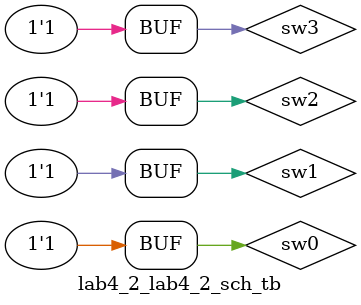
<source format=v>

`timescale 1ns / 1ps

module lab4_2_lab4_2_sch_tb();

// Inputs
reg sw0, sw1, sw2, sw3;
wire led0, led1, segment_a;

// Output

// Bidirs

// Instantiate the UUT
   lab4_2 UUT (
		.sw3(sw3), 
		.segment_a(segment_a), 
		.sw1(sw1), 
		.sw0(sw0), 
		.sw2(sw2), 
		.led0(led0), 
		.led1(led1)
   );
// Initialize Inputs
   initial
	begin
       sw0=0;
		 sw1=0;
		 sw2=0;
		 sw3=0;
		 #10
		 sw0=1;
		 sw1=0;
		 sw2=0;
		 sw3=0;
		 		 #10
		 sw0=0;
		 sw1=1;
		 sw2=0;
		 sw3=0;
		 		 		 #10
		 sw0=1;
		 sw1=1;
		 sw2=0;
		 sw3=0;
		 		 		 		 #10
		 sw0=0;
		 sw1=0;
		 sw2=1;
		 sw3=0;
#10		 	
		sw0=1;
		 sw1=0;
		 sw2=1;
		 sw3=0;
		 #10
		 sw0=0;
		 sw1=1;
		 sw2=1;
		 sw3=0;
		 		 #10
		 sw0=1;
		 sw1=1;
		 sw2=1;
		 sw3=0;
		 		 #10
		 sw0=0;
		 sw1=0;
		 sw2=0;
		 sw3=1;
		 		 #10
		 sw0=1;
		 sw1=0;
		 sw2=0;
		 sw3=1;
		 		 #10
		 sw0=0;
		 sw1=1;
		 sw2=0;
		 sw3=1;
		 		 #10
		 sw0=1;
		 sw1=1;
		 sw2=0;
		 sw3=1;
		 		 #10
		 sw0=0;
		 sw1=0;
		 sw2=1;
		 sw3=1;
		 		 #10
		 sw0=1;
		 sw1=0;
		 sw2=1;
		 sw3=1;
		 		 #10
		 sw0=0;
		 sw1=1;
		 sw2=1;
		 sw3=1;
		 		 #10
		 sw0=1;
		 sw1=1;
		 sw2=1;
		 sw3=1;
   end
endmodule

</source>
